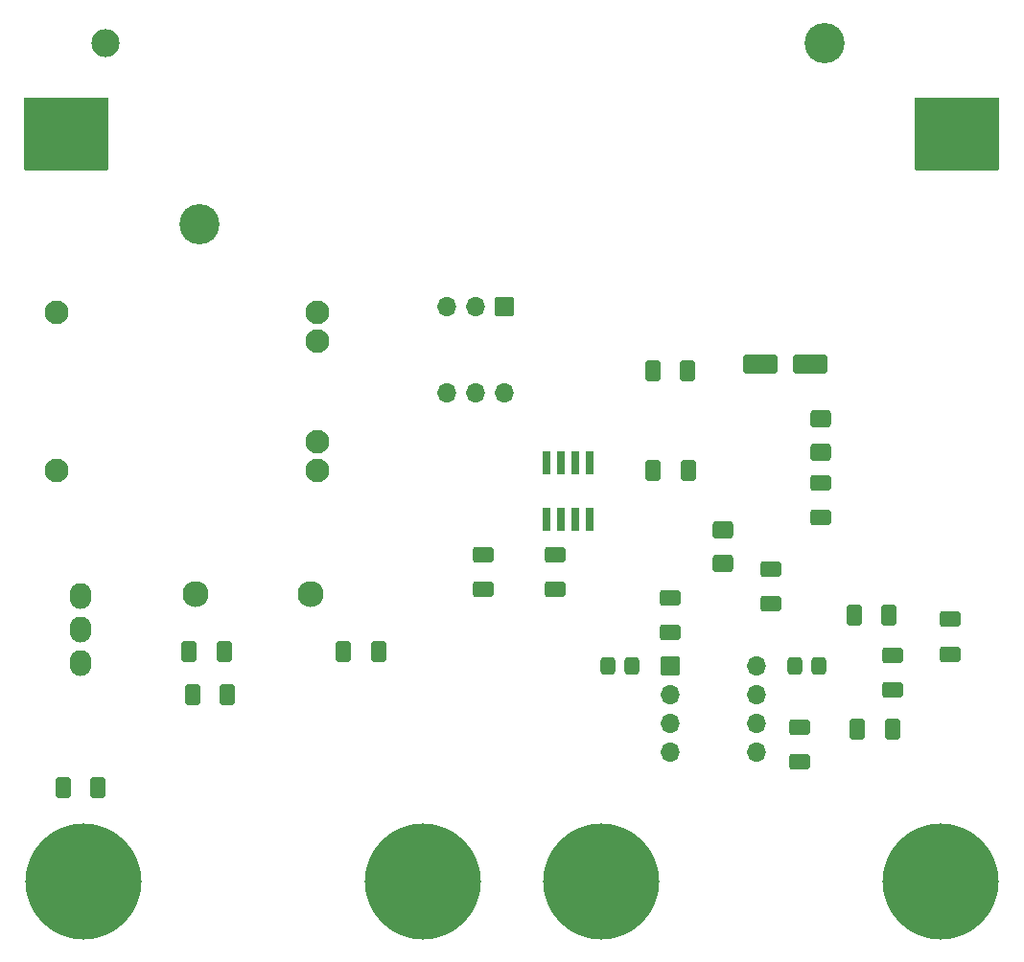
<source format=gbr>
%TF.GenerationSoftware,KiCad,Pcbnew,7.0.1*%
%TF.CreationDate,2023-05-16T20:26:06-05:00*%
%TF.ProjectId,SeneCurrent,53656e65-4375-4727-9265-6e742e6b6963,rev?*%
%TF.SameCoordinates,Original*%
%TF.FileFunction,Soldermask,Top*%
%TF.FilePolarity,Negative*%
%FSLAX46Y46*%
G04 Gerber Fmt 4.6, Leading zero omitted, Abs format (unit mm)*
G04 Created by KiCad (PCBNEW 7.0.1) date 2023-05-16 20:26:06*
%MOMM*%
%LPD*%
G01*
G04 APERTURE LIST*
G04 Aperture macros list*
%AMRoundRect*
0 Rectangle with rounded corners*
0 $1 Rounding radius*
0 $2 $3 $4 $5 $6 $7 $8 $9 X,Y pos of 4 corners*
0 Add a 4 corners polygon primitive as box body*
4,1,4,$2,$3,$4,$5,$6,$7,$8,$9,$2,$3,0*
0 Add four circle primitives for the rounded corners*
1,1,$1+$1,$2,$3*
1,1,$1+$1,$4,$5*
1,1,$1+$1,$6,$7*
1,1,$1+$1,$8,$9*
0 Add four rect primitives between the rounded corners*
20,1,$1+$1,$2,$3,$4,$5,0*
20,1,$1+$1,$4,$5,$6,$7,0*
20,1,$1+$1,$6,$7,$8,$9,0*
20,1,$1+$1,$8,$9,$2,$3,0*%
G04 Aperture macros list end*
%ADD10RoundRect,0.300000X-0.625000X0.400000X-0.625000X-0.400000X0.625000X-0.400000X0.625000X0.400000X0*%
%ADD11C,2.300000*%
%ADD12RoundRect,0.300000X-0.400000X-0.625000X0.400000X-0.625000X0.400000X0.625000X-0.400000X0.625000X0*%
%ADD13C,10.260000*%
%ADD14RoundRect,0.092000X0.258000X-0.943000X0.258000X0.943000X-0.258000X0.943000X-0.258000X-0.943000X0*%
%ADD15RoundRect,0.300000X0.400000X0.625000X-0.400000X0.625000X-0.400000X-0.625000X0.400000X-0.625000X0*%
%ADD16RoundRect,0.300000X0.625000X-0.400000X0.625000X0.400000X-0.625000X0.400000X-0.625000X-0.400000X0*%
%ADD17RoundRect,0.300000X-0.337500X-0.475000X0.337500X-0.475000X0.337500X0.475000X-0.337500X0.475000X0*%
%ADD18RoundRect,0.300000X-1.250000X-0.550000X1.250000X-0.550000X1.250000X0.550000X-1.250000X0.550000X0*%
%ADD19O,1.900000X2.300000*%
%ADD20RoundRect,0.050000X-0.800000X0.800000X-0.800000X-0.800000X0.800000X-0.800000X0.800000X0.800000X0*%
%ADD21O,1.700000X1.700000*%
%ADD22RoundRect,0.300001X-0.624999X0.462499X-0.624999X-0.462499X0.624999X-0.462499X0.624999X0.462499X0*%
%ADD23C,2.100000*%
%ADD24C,2.490000*%
%ADD25C,3.550000*%
%ADD26RoundRect,0.050000X-3.670000X-3.175000X3.670000X-3.175000X3.670000X3.175000X-3.670000X3.175000X0*%
%ADD27RoundRect,0.050000X-0.800000X-0.800000X0.800000X-0.800000X0.800000X0.800000X-0.800000X0.800000X0*%
%ADD28RoundRect,0.300000X0.337500X0.475000X-0.337500X0.475000X-0.337500X-0.475000X0.337500X-0.475000X0*%
G04 APERTURE END LIST*
D10*
%TO.C,Rs3*%
X124460000Y-107035000D03*
X124460000Y-110135000D03*
%TD*%
D11*
%TO.C,Rm1*%
X71120000Y-95250000D03*
X81280000Y-95250000D03*
%TD*%
D12*
%TO.C,Ru1*%
X70560000Y-100330000D03*
X73660000Y-100330000D03*
%TD*%
D13*
%TO.C,J3*%
X106920000Y-120650000D03*
X136890000Y-120650000D03*
%TD*%
%TO.C,J2*%
X91200000Y-120650000D03*
X61230000Y-120650000D03*
%TD*%
D10*
%TO.C,R2B3*%
X137795000Y-97510000D03*
X137795000Y-100610000D03*
%TD*%
D14*
%TO.C,U1*%
X102108000Y-88651200D03*
X103378000Y-88651200D03*
X104648000Y-88651200D03*
X105918000Y-88651200D03*
X105918000Y-83711200D03*
X104648000Y-83711200D03*
X103378000Y-83711200D03*
X102108000Y-83711200D03*
%TD*%
D15*
%TO.C,R3*%
X132360000Y-97155000D03*
X129260000Y-97155000D03*
%TD*%
D16*
%TO.C,R1*%
X121920000Y-96165000D03*
X121920000Y-93065000D03*
%TD*%
D17*
%TO.C,Cxa2*%
X124057500Y-101600000D03*
X126132500Y-101600000D03*
%TD*%
D18*
%TO.C,C1*%
X120990000Y-74930000D03*
X125390000Y-74930000D03*
%TD*%
D16*
%TO.C,R2B2*%
X132715000Y-103785000D03*
X132715000Y-100685000D03*
%TD*%
D19*
%TO.C,SW1*%
X60960000Y-101425000D03*
X60960000Y-98425000D03*
X60960000Y-95425000D03*
%TD*%
D12*
%TO.C,Ru2*%
X84175000Y-100330000D03*
X87275000Y-100330000D03*
%TD*%
D20*
%TO.C,SW2*%
X98410000Y-69892500D03*
D21*
X95870000Y-69892500D03*
X93330000Y-69892500D03*
X93330000Y-77512500D03*
X95870000Y-77512500D03*
X98410000Y-77512500D03*
%TD*%
D12*
%TO.C,RB2*%
X111556200Y-84353400D03*
X114656200Y-84353400D03*
%TD*%
D22*
%TO.C,D2*%
X126365000Y-79792500D03*
X126365000Y-82767500D03*
%TD*%
D12*
%TO.C,R2B1*%
X129564800Y-107238800D03*
X132664800Y-107238800D03*
%TD*%
D23*
%TO.C,TP1*%
X81845000Y-72915000D03*
X81845000Y-81835000D03*
X81845000Y-70375000D03*
X81845000Y-84375000D03*
X58845000Y-70375000D03*
X58845000Y-84375000D03*
%TD*%
D24*
%TO.C,J1*%
X63130000Y-46610000D03*
D25*
X71460000Y-62610000D03*
X126660000Y-46610000D03*
D26*
X59730000Y-54610000D03*
X138390000Y-54610000D03*
%TD*%
D16*
%TO.C,RP1*%
X113030000Y-98705000D03*
X113030000Y-95605000D03*
%TD*%
D15*
%TO.C,RB1*%
X114580000Y-75565000D03*
X111480000Y-75565000D03*
%TD*%
D16*
%TO.C,RP2*%
X96520000Y-94895000D03*
X96520000Y-91795000D03*
%TD*%
D12*
%TO.C,Rn1*%
X70840000Y-104140000D03*
X73940000Y-104140000D03*
%TD*%
%TO.C,Rs2*%
X59410000Y-112395000D03*
X62510000Y-112395000D03*
%TD*%
D27*
%TO.C,U2*%
X113030000Y-101600000D03*
D21*
X113030000Y-104140000D03*
X113030000Y-106680000D03*
X113030000Y-109220000D03*
X120650000Y-109220000D03*
X120650000Y-106680000D03*
X120650000Y-104140000D03*
X120650000Y-101600000D03*
%TD*%
D10*
%TO.C,Rs1*%
X102870000Y-91795000D03*
X102870000Y-94895000D03*
%TD*%
D22*
%TO.C,D1*%
X117678200Y-89647700D03*
X117678200Y-92622700D03*
%TD*%
D16*
%TO.C,R2*%
X126365000Y-88545000D03*
X126365000Y-85445000D03*
%TD*%
D28*
%TO.C,Cxa1*%
X109622500Y-101600000D03*
X107547500Y-101600000D03*
%TD*%
M02*

</source>
